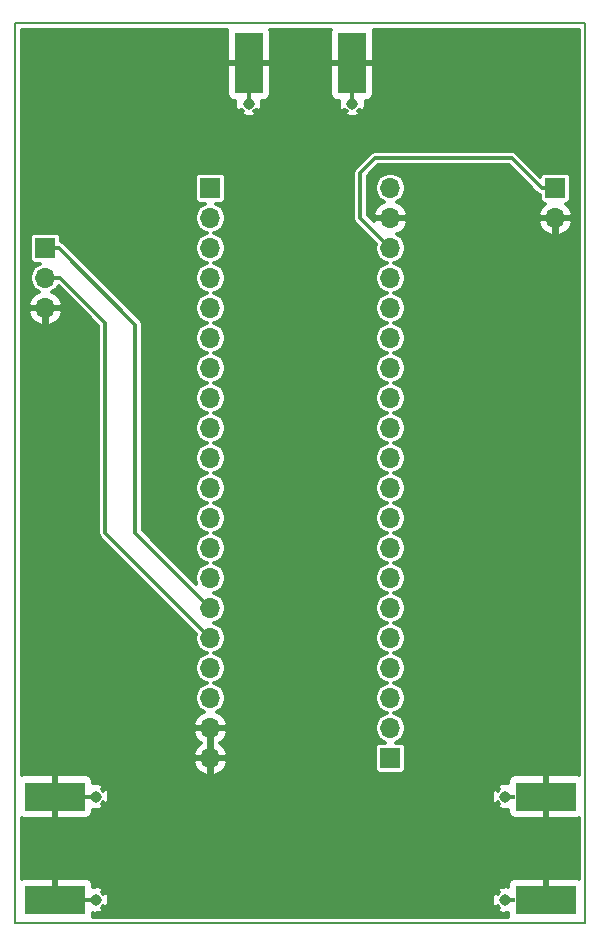
<source format=gbr>
%TF.GenerationSoftware,KiCad,Pcbnew,(5.0.0)*%
%TF.CreationDate,2018-11-11T16:52:16+07:00*%
%TF.ProjectId,AntennaSwitch_v1.1,416E74656E6E615377697463685F7631,rev?*%
%TF.SameCoordinates,Original*%
%TF.FileFunction,Copper,L2,Bot,Signal*%
%TF.FilePolarity,Positive*%
%FSLAX46Y46*%
G04 Gerber Fmt 4.6, Leading zero omitted, Abs format (unit mm)*
G04 Created by KiCad (PCBNEW (5.0.0)) date 11/11/18 16:52:16*
%MOMM*%
%LPD*%
G01*
G04 APERTURE LIST*
%ADD10C,0.200000*%
%ADD11R,0.950000X0.460000*%
%ADD12C,0.970000*%
%ADD13R,5.080000X2.420000*%
%ADD14R,2.420000X5.080000*%
%ADD15R,0.460000X0.950000*%
%ADD16R,1.700000X1.700000*%
%ADD17O,1.700000X1.700000*%
%ADD18C,0.300000*%
G04 APERTURE END LIST*
D10*
X194310000Y-54610000D02*
X194310000Y-130810000D01*
X146050000Y-54610000D02*
X194310000Y-54610000D01*
X146050000Y-130810000D02*
X146050000Y-54610000D01*
X194310000Y-130810000D02*
X146050000Y-130810000D01*
D11*
X187960000Y-120080000D03*
X187960000Y-128840000D03*
D12*
X187510000Y-120080000D03*
X187510000Y-128840000D03*
D13*
X190950000Y-120080000D03*
X190950000Y-128840000D03*
D14*
X174560000Y-57970000D03*
X165800000Y-57970000D03*
D12*
X174560000Y-61410000D03*
X165800000Y-61410000D03*
D15*
X174560000Y-60960000D03*
X165800000Y-60960000D03*
D13*
X149410000Y-120080000D03*
X149410000Y-128840000D03*
D12*
X152850000Y-120080000D03*
X152850000Y-128840000D03*
D11*
X152400000Y-120080000D03*
X152400000Y-128840000D03*
D16*
X148590000Y-73660000D03*
D17*
X148590000Y-76200000D03*
X148590000Y-78740000D03*
D16*
X177800000Y-116840000D03*
D17*
X177800000Y-114300000D03*
X177800000Y-111760000D03*
X177800000Y-109220000D03*
X177800000Y-106680000D03*
X177800000Y-104140000D03*
X177800000Y-101600000D03*
X177800000Y-99060000D03*
X177800000Y-96520000D03*
X177800000Y-93980000D03*
X177800000Y-91440000D03*
X177800000Y-88900000D03*
X177800000Y-86360000D03*
X177800000Y-83820000D03*
X177800000Y-81280000D03*
X177800000Y-78740000D03*
X177800000Y-76200000D03*
X177800000Y-73660000D03*
X177800000Y-71120000D03*
X177800000Y-68580000D03*
X162560000Y-116840000D03*
X162560000Y-114300000D03*
X162560000Y-111760000D03*
X162560000Y-109220000D03*
X162560000Y-106680000D03*
X162560000Y-104140000D03*
X162560000Y-101600000D03*
X162560000Y-99060000D03*
X162560000Y-96520000D03*
X162560000Y-93980000D03*
X162560000Y-91440000D03*
X162560000Y-88900000D03*
X162560000Y-86360000D03*
X162560000Y-83820000D03*
X162560000Y-81280000D03*
X162560000Y-78740000D03*
X162560000Y-76200000D03*
X162560000Y-73660000D03*
X162560000Y-71120000D03*
D16*
X162560000Y-68580000D03*
X191770000Y-68580000D03*
D17*
X191770000Y-71120000D03*
D18*
X175260000Y-71120000D02*
X177800000Y-73660000D01*
X175260000Y-67310000D02*
X175260000Y-71120000D01*
X176530000Y-66040000D02*
X175260000Y-67310000D01*
X188080000Y-66040000D02*
X176530000Y-66040000D01*
X191770000Y-68580000D02*
X190620000Y-68580000D01*
X190620000Y-68580000D02*
X188080000Y-66040000D01*
X179070000Y-71120000D02*
X191770000Y-71120000D01*
X177800000Y-71120000D02*
X179070000Y-71120000D01*
X148590000Y-76200000D02*
X149860000Y-76200000D01*
X149860000Y-76200000D02*
X153670000Y-80010000D01*
X153670000Y-97790000D02*
X162560000Y-106680000D01*
X153670000Y-80010000D02*
X153670000Y-97790000D01*
X149740000Y-73660000D02*
X156210000Y-80130000D01*
X148590000Y-73660000D02*
X149740000Y-73660000D01*
X156210000Y-97790000D02*
X162560000Y-104140000D01*
X156210000Y-80130000D02*
X156210000Y-97790000D01*
G36*
X163932000Y-55299116D02*
X163932000Y-57701500D01*
X164096500Y-57866000D01*
X165696000Y-57866000D01*
X165696000Y-57846000D01*
X165904000Y-57846000D01*
X165904000Y-57866000D01*
X167503500Y-57866000D01*
X167668000Y-57701500D01*
X167668000Y-55299116D01*
X167610377Y-55160000D01*
X172749623Y-55160000D01*
X172692000Y-55299116D01*
X172692000Y-57701500D01*
X172856500Y-57866000D01*
X174456000Y-57866000D01*
X174456000Y-57846000D01*
X174664000Y-57846000D01*
X174664000Y-57866000D01*
X176263500Y-57866000D01*
X176428000Y-57701500D01*
X176428000Y-55299116D01*
X176370377Y-55160000D01*
X193760000Y-55160000D01*
X193760001Y-118269624D01*
X193620884Y-118212000D01*
X191218500Y-118212000D01*
X191054000Y-118376500D01*
X191054000Y-119976000D01*
X191074000Y-119976000D01*
X191074000Y-120184000D01*
X191054000Y-120184000D01*
X191054000Y-121783500D01*
X191218500Y-121948000D01*
X193620884Y-121948000D01*
X193760001Y-121890376D01*
X193760001Y-127029624D01*
X193620884Y-126972000D01*
X191218500Y-126972000D01*
X191054000Y-127136500D01*
X191054000Y-128736000D01*
X191074000Y-128736000D01*
X191074000Y-128944000D01*
X191054000Y-128944000D01*
X191054000Y-128964000D01*
X190846000Y-128964000D01*
X190846000Y-128944000D01*
X190826000Y-128944000D01*
X190826000Y-128736000D01*
X190846000Y-128736000D01*
X190846000Y-127136500D01*
X190681500Y-126972000D01*
X188279116Y-126972000D01*
X188037273Y-127072174D01*
X187852175Y-127257273D01*
X187752000Y-127499115D01*
X187752000Y-127712786D01*
X187679844Y-127687050D01*
X187225701Y-127709817D01*
X186911870Y-127839809D01*
X186879632Y-128062554D01*
X186990763Y-128173685D01*
X186927175Y-128237273D01*
X186878267Y-128355345D01*
X186732554Y-128209632D01*
X186509809Y-128241870D01*
X186357050Y-128670156D01*
X186379817Y-129124299D01*
X186509809Y-129438130D01*
X186732554Y-129470368D01*
X186878267Y-129324655D01*
X186927175Y-129442727D01*
X186990763Y-129506315D01*
X186879632Y-129617446D01*
X186911870Y-129840191D01*
X187340156Y-129992950D01*
X187752000Y-129972304D01*
X187752000Y-130180885D01*
X187784771Y-130260000D01*
X152575229Y-130260000D01*
X152608000Y-130180885D01*
X152608000Y-129967214D01*
X152680156Y-129992950D01*
X153134299Y-129970183D01*
X153448130Y-129840191D01*
X153480368Y-129617446D01*
X153369237Y-129506315D01*
X153432825Y-129442727D01*
X153481733Y-129324655D01*
X153627446Y-129470368D01*
X153850191Y-129438130D01*
X154002950Y-129009844D01*
X153980183Y-128555701D01*
X153850191Y-128241870D01*
X153627446Y-128209632D01*
X153481733Y-128355345D01*
X153432825Y-128237273D01*
X153369237Y-128173685D01*
X153480368Y-128062554D01*
X153448130Y-127839809D01*
X153019844Y-127687050D01*
X152608000Y-127707696D01*
X152608000Y-127499115D01*
X152507825Y-127257273D01*
X152322727Y-127072174D01*
X152080884Y-126972000D01*
X149678500Y-126972000D01*
X149514000Y-127136500D01*
X149514000Y-128736000D01*
X149534000Y-128736000D01*
X149534000Y-128944000D01*
X149514000Y-128944000D01*
X149514000Y-128964000D01*
X149306000Y-128964000D01*
X149306000Y-128944000D01*
X149286000Y-128944000D01*
X149286000Y-128736000D01*
X149306000Y-128736000D01*
X149306000Y-127136500D01*
X149141500Y-126972000D01*
X146739116Y-126972000D01*
X146600000Y-127029623D01*
X146600000Y-121890377D01*
X146739116Y-121948000D01*
X149141500Y-121948000D01*
X149306000Y-121783500D01*
X149306000Y-120184000D01*
X149286000Y-120184000D01*
X149286000Y-119976000D01*
X149306000Y-119976000D01*
X149306000Y-118376500D01*
X149514000Y-118376500D01*
X149514000Y-119976000D01*
X149534000Y-119976000D01*
X149534000Y-120184000D01*
X149514000Y-120184000D01*
X149514000Y-121783500D01*
X149678500Y-121948000D01*
X152080884Y-121948000D01*
X152322727Y-121847826D01*
X152507825Y-121662727D01*
X152608000Y-121420885D01*
X152608000Y-121207214D01*
X152680156Y-121232950D01*
X153134299Y-121210183D01*
X153448130Y-121080191D01*
X153480368Y-120857446D01*
X153369237Y-120746315D01*
X153432825Y-120682727D01*
X153481733Y-120564655D01*
X153627446Y-120710368D01*
X153850191Y-120678130D01*
X154002950Y-120249844D01*
X153985921Y-119910156D01*
X186357050Y-119910156D01*
X186379817Y-120364299D01*
X186509809Y-120678130D01*
X186732554Y-120710368D01*
X186878267Y-120564655D01*
X186927175Y-120682727D01*
X186990763Y-120746315D01*
X186879632Y-120857446D01*
X186911870Y-121080191D01*
X187340156Y-121232950D01*
X187752000Y-121212304D01*
X187752000Y-121420885D01*
X187852175Y-121662727D01*
X188037273Y-121847826D01*
X188279116Y-121948000D01*
X190681500Y-121948000D01*
X190846000Y-121783500D01*
X190846000Y-120184000D01*
X190826000Y-120184000D01*
X190826000Y-119976000D01*
X190846000Y-119976000D01*
X190846000Y-118376500D01*
X190681500Y-118212000D01*
X188279116Y-118212000D01*
X188037273Y-118312174D01*
X187852175Y-118497273D01*
X187752000Y-118739115D01*
X187752000Y-118952786D01*
X187679844Y-118927050D01*
X187225701Y-118949817D01*
X186911870Y-119079809D01*
X186879632Y-119302554D01*
X186990763Y-119413685D01*
X186927175Y-119477273D01*
X186878267Y-119595345D01*
X186732554Y-119449632D01*
X186509809Y-119481870D01*
X186357050Y-119910156D01*
X153985921Y-119910156D01*
X153980183Y-119795701D01*
X153850191Y-119481870D01*
X153627446Y-119449632D01*
X153481733Y-119595345D01*
X153432825Y-119477273D01*
X153369237Y-119413685D01*
X153480368Y-119302554D01*
X153448130Y-119079809D01*
X153019844Y-118927050D01*
X152608000Y-118947696D01*
X152608000Y-118739115D01*
X152507825Y-118497273D01*
X152322727Y-118312174D01*
X152080884Y-118212000D01*
X149678500Y-118212000D01*
X149514000Y-118376500D01*
X149306000Y-118376500D01*
X149141500Y-118212000D01*
X146739116Y-118212000D01*
X146600000Y-118269623D01*
X146600000Y-117178061D01*
X161090381Y-117178061D01*
X161281772Y-117640137D01*
X161685270Y-118068387D01*
X162221938Y-118309626D01*
X162456000Y-118179917D01*
X162456000Y-116944000D01*
X162664000Y-116944000D01*
X162664000Y-118179917D01*
X162898062Y-118309626D01*
X163434730Y-118068387D01*
X163838228Y-117640137D01*
X164029619Y-117178061D01*
X163899469Y-116944000D01*
X162664000Y-116944000D01*
X162456000Y-116944000D01*
X161220531Y-116944000D01*
X161090381Y-117178061D01*
X146600000Y-117178061D01*
X146600000Y-114638061D01*
X161090381Y-114638061D01*
X161281772Y-115100137D01*
X161685270Y-115528387D01*
X161777844Y-115570000D01*
X161685270Y-115611613D01*
X161281772Y-116039863D01*
X161090381Y-116501939D01*
X161220531Y-116736000D01*
X162456000Y-116736000D01*
X162456000Y-114404000D01*
X162664000Y-114404000D01*
X162664000Y-116736000D01*
X163899469Y-116736000D01*
X164029619Y-116501939D01*
X163838228Y-116039863D01*
X163434730Y-115611613D01*
X163342156Y-115570000D01*
X163434730Y-115528387D01*
X163838228Y-115100137D01*
X164029619Y-114638061D01*
X163899469Y-114404000D01*
X162664000Y-114404000D01*
X162456000Y-114404000D01*
X161220531Y-114404000D01*
X161090381Y-114638061D01*
X146600000Y-114638061D01*
X146600000Y-79078061D01*
X147120381Y-79078061D01*
X147311772Y-79540137D01*
X147715270Y-79968387D01*
X148251938Y-80209626D01*
X148486000Y-80079917D01*
X148486000Y-78844000D01*
X148694000Y-78844000D01*
X148694000Y-80079917D01*
X148928062Y-80209626D01*
X149464730Y-79968387D01*
X149868228Y-79540137D01*
X150059619Y-79078061D01*
X149929469Y-78844000D01*
X148694000Y-78844000D01*
X148486000Y-78844000D01*
X147250531Y-78844000D01*
X147120381Y-79078061D01*
X146600000Y-79078061D01*
X146600000Y-78401939D01*
X147120381Y-78401939D01*
X147250531Y-78636000D01*
X148486000Y-78636000D01*
X148486000Y-78616000D01*
X148694000Y-78616000D01*
X148694000Y-78636000D01*
X149929469Y-78636000D01*
X150059619Y-78401939D01*
X149868228Y-77939863D01*
X149464730Y-77511613D01*
X149167159Y-77377851D01*
X149527247Y-77137247D01*
X149696066Y-76884593D01*
X153070000Y-80258528D01*
X153070001Y-97730909D01*
X153058247Y-97790000D01*
X153104814Y-98024108D01*
X153170727Y-98122753D01*
X153237426Y-98222575D01*
X153287520Y-98256047D01*
X161313661Y-106282190D01*
X161234532Y-106680000D01*
X161335427Y-107187235D01*
X161622753Y-107617247D01*
X162052765Y-107904573D01*
X162281142Y-107950000D01*
X162052765Y-107995427D01*
X161622753Y-108282753D01*
X161335427Y-108712765D01*
X161234532Y-109220000D01*
X161335427Y-109727235D01*
X161622753Y-110157247D01*
X162052765Y-110444573D01*
X162281142Y-110490000D01*
X162052765Y-110535427D01*
X161622753Y-110822753D01*
X161335427Y-111252765D01*
X161234532Y-111760000D01*
X161335427Y-112267235D01*
X161622753Y-112697247D01*
X161982841Y-112937851D01*
X161685270Y-113071613D01*
X161281772Y-113499863D01*
X161090381Y-113961939D01*
X161220531Y-114196000D01*
X162456000Y-114196000D01*
X162456000Y-114176000D01*
X162664000Y-114176000D01*
X162664000Y-114196000D01*
X163899469Y-114196000D01*
X164029619Y-113961939D01*
X163838228Y-113499863D01*
X163434730Y-113071613D01*
X163137159Y-112937851D01*
X163497247Y-112697247D01*
X163784573Y-112267235D01*
X163885468Y-111760000D01*
X163784573Y-111252765D01*
X163497247Y-110822753D01*
X163067235Y-110535427D01*
X162838858Y-110490000D01*
X163067235Y-110444573D01*
X163497247Y-110157247D01*
X163784573Y-109727235D01*
X163885468Y-109220000D01*
X163784573Y-108712765D01*
X163497247Y-108282753D01*
X163067235Y-107995427D01*
X162838858Y-107950000D01*
X163067235Y-107904573D01*
X163497247Y-107617247D01*
X163784573Y-107187235D01*
X163885468Y-106680000D01*
X163784573Y-106172765D01*
X163497247Y-105742753D01*
X163067235Y-105455427D01*
X162838858Y-105410000D01*
X163067235Y-105364573D01*
X163497247Y-105077247D01*
X163784573Y-104647235D01*
X163885468Y-104140000D01*
X163784573Y-103632765D01*
X163497247Y-103202753D01*
X163067235Y-102915427D01*
X162838858Y-102870000D01*
X163067235Y-102824573D01*
X163497247Y-102537247D01*
X163784573Y-102107235D01*
X163885468Y-101600000D01*
X163784573Y-101092765D01*
X163497247Y-100662753D01*
X163067235Y-100375427D01*
X162838858Y-100330000D01*
X163067235Y-100284573D01*
X163497247Y-99997247D01*
X163784573Y-99567235D01*
X163885468Y-99060000D01*
X163784573Y-98552765D01*
X163497247Y-98122753D01*
X163067235Y-97835427D01*
X162838858Y-97790000D01*
X163067235Y-97744573D01*
X163497247Y-97457247D01*
X163784573Y-97027235D01*
X163885468Y-96520000D01*
X163784573Y-96012765D01*
X163497247Y-95582753D01*
X163067235Y-95295427D01*
X162838858Y-95250000D01*
X163067235Y-95204573D01*
X163497247Y-94917247D01*
X163784573Y-94487235D01*
X163885468Y-93980000D01*
X163784573Y-93472765D01*
X163497247Y-93042753D01*
X163067235Y-92755427D01*
X162838858Y-92710000D01*
X163067235Y-92664573D01*
X163497247Y-92377247D01*
X163784573Y-91947235D01*
X163885468Y-91440000D01*
X163784573Y-90932765D01*
X163497247Y-90502753D01*
X163067235Y-90215427D01*
X162838858Y-90170000D01*
X163067235Y-90124573D01*
X163497247Y-89837247D01*
X163784573Y-89407235D01*
X163885468Y-88900000D01*
X163784573Y-88392765D01*
X163497247Y-87962753D01*
X163067235Y-87675427D01*
X162838858Y-87630000D01*
X163067235Y-87584573D01*
X163497247Y-87297247D01*
X163784573Y-86867235D01*
X163885468Y-86360000D01*
X163784573Y-85852765D01*
X163497247Y-85422753D01*
X163067235Y-85135427D01*
X162838858Y-85090000D01*
X163067235Y-85044573D01*
X163497247Y-84757247D01*
X163784573Y-84327235D01*
X163885468Y-83820000D01*
X163784573Y-83312765D01*
X163497247Y-82882753D01*
X163067235Y-82595427D01*
X162838858Y-82550000D01*
X163067235Y-82504573D01*
X163497247Y-82217247D01*
X163784573Y-81787235D01*
X163885468Y-81280000D01*
X163784573Y-80772765D01*
X163497247Y-80342753D01*
X163067235Y-80055427D01*
X162838858Y-80010000D01*
X163067235Y-79964573D01*
X163497247Y-79677247D01*
X163784573Y-79247235D01*
X163885468Y-78740000D01*
X163784573Y-78232765D01*
X163497247Y-77802753D01*
X163067235Y-77515427D01*
X162838858Y-77470000D01*
X163067235Y-77424573D01*
X163497247Y-77137247D01*
X163784573Y-76707235D01*
X163885468Y-76200000D01*
X163784573Y-75692765D01*
X163497247Y-75262753D01*
X163067235Y-74975427D01*
X162838858Y-74930000D01*
X163067235Y-74884573D01*
X163497247Y-74597247D01*
X163784573Y-74167235D01*
X163885468Y-73660000D01*
X163784573Y-73152765D01*
X163497247Y-72722753D01*
X163067235Y-72435427D01*
X162838858Y-72390000D01*
X163067235Y-72344573D01*
X163497247Y-72057247D01*
X163784573Y-71627235D01*
X163885468Y-71120000D01*
X163784573Y-70612765D01*
X163497247Y-70182753D01*
X163067235Y-69895427D01*
X163033999Y-69888816D01*
X163410000Y-69888816D01*
X163585581Y-69853891D01*
X163734432Y-69754432D01*
X163833891Y-69605581D01*
X163868816Y-69430000D01*
X163868816Y-67730000D01*
X163833891Y-67554419D01*
X163734432Y-67405568D01*
X163591405Y-67310000D01*
X174648247Y-67310000D01*
X174660000Y-67369086D01*
X174660001Y-71060909D01*
X174648247Y-71120000D01*
X174660001Y-71179091D01*
X174694814Y-71354108D01*
X174827426Y-71552575D01*
X174877520Y-71586047D01*
X176553661Y-73262189D01*
X176474532Y-73660000D01*
X176575427Y-74167235D01*
X176862753Y-74597247D01*
X177292765Y-74884573D01*
X177521142Y-74930000D01*
X177292765Y-74975427D01*
X176862753Y-75262753D01*
X176575427Y-75692765D01*
X176474532Y-76200000D01*
X176575427Y-76707235D01*
X176862753Y-77137247D01*
X177292765Y-77424573D01*
X177521142Y-77470000D01*
X177292765Y-77515427D01*
X176862753Y-77802753D01*
X176575427Y-78232765D01*
X176474532Y-78740000D01*
X176575427Y-79247235D01*
X176862753Y-79677247D01*
X177292765Y-79964573D01*
X177521142Y-80010000D01*
X177292765Y-80055427D01*
X176862753Y-80342753D01*
X176575427Y-80772765D01*
X176474532Y-81280000D01*
X176575427Y-81787235D01*
X176862753Y-82217247D01*
X177292765Y-82504573D01*
X177521142Y-82550000D01*
X177292765Y-82595427D01*
X176862753Y-82882753D01*
X176575427Y-83312765D01*
X176474532Y-83820000D01*
X176575427Y-84327235D01*
X176862753Y-84757247D01*
X177292765Y-85044573D01*
X177521142Y-85090000D01*
X177292765Y-85135427D01*
X176862753Y-85422753D01*
X176575427Y-85852765D01*
X176474532Y-86360000D01*
X176575427Y-86867235D01*
X176862753Y-87297247D01*
X177292765Y-87584573D01*
X177521142Y-87630000D01*
X177292765Y-87675427D01*
X176862753Y-87962753D01*
X176575427Y-88392765D01*
X176474532Y-88900000D01*
X176575427Y-89407235D01*
X176862753Y-89837247D01*
X177292765Y-90124573D01*
X177521142Y-90170000D01*
X177292765Y-90215427D01*
X176862753Y-90502753D01*
X176575427Y-90932765D01*
X176474532Y-91440000D01*
X176575427Y-91947235D01*
X176862753Y-92377247D01*
X177292765Y-92664573D01*
X177521142Y-92710000D01*
X177292765Y-92755427D01*
X176862753Y-93042753D01*
X176575427Y-93472765D01*
X176474532Y-93980000D01*
X176575427Y-94487235D01*
X176862753Y-94917247D01*
X177292765Y-95204573D01*
X177521142Y-95250000D01*
X177292765Y-95295427D01*
X176862753Y-95582753D01*
X176575427Y-96012765D01*
X176474532Y-96520000D01*
X176575427Y-97027235D01*
X176862753Y-97457247D01*
X177292765Y-97744573D01*
X177521142Y-97790000D01*
X177292765Y-97835427D01*
X176862753Y-98122753D01*
X176575427Y-98552765D01*
X176474532Y-99060000D01*
X176575427Y-99567235D01*
X176862753Y-99997247D01*
X177292765Y-100284573D01*
X177521142Y-100330000D01*
X177292765Y-100375427D01*
X176862753Y-100662753D01*
X176575427Y-101092765D01*
X176474532Y-101600000D01*
X176575427Y-102107235D01*
X176862753Y-102537247D01*
X177292765Y-102824573D01*
X177521142Y-102870000D01*
X177292765Y-102915427D01*
X176862753Y-103202753D01*
X176575427Y-103632765D01*
X176474532Y-104140000D01*
X176575427Y-104647235D01*
X176862753Y-105077247D01*
X177292765Y-105364573D01*
X177521142Y-105410000D01*
X177292765Y-105455427D01*
X176862753Y-105742753D01*
X176575427Y-106172765D01*
X176474532Y-106680000D01*
X176575427Y-107187235D01*
X176862753Y-107617247D01*
X177292765Y-107904573D01*
X177521142Y-107950000D01*
X177292765Y-107995427D01*
X176862753Y-108282753D01*
X176575427Y-108712765D01*
X176474532Y-109220000D01*
X176575427Y-109727235D01*
X176862753Y-110157247D01*
X177292765Y-110444573D01*
X177521142Y-110490000D01*
X177292765Y-110535427D01*
X176862753Y-110822753D01*
X176575427Y-111252765D01*
X176474532Y-111760000D01*
X176575427Y-112267235D01*
X176862753Y-112697247D01*
X177292765Y-112984573D01*
X177521142Y-113030000D01*
X177292765Y-113075427D01*
X176862753Y-113362753D01*
X176575427Y-113792765D01*
X176474532Y-114300000D01*
X176575427Y-114807235D01*
X176862753Y-115237247D01*
X177292765Y-115524573D01*
X177326001Y-115531184D01*
X176950000Y-115531184D01*
X176774419Y-115566109D01*
X176625568Y-115665568D01*
X176526109Y-115814419D01*
X176491184Y-115990000D01*
X176491184Y-117690000D01*
X176526109Y-117865581D01*
X176625568Y-118014432D01*
X176774419Y-118113891D01*
X176950000Y-118148816D01*
X178650000Y-118148816D01*
X178825581Y-118113891D01*
X178974432Y-118014432D01*
X179073891Y-117865581D01*
X179108816Y-117690000D01*
X179108816Y-115990000D01*
X179073891Y-115814419D01*
X178974432Y-115665568D01*
X178825581Y-115566109D01*
X178650000Y-115531184D01*
X178273999Y-115531184D01*
X178307235Y-115524573D01*
X178737247Y-115237247D01*
X179024573Y-114807235D01*
X179125468Y-114300000D01*
X179024573Y-113792765D01*
X178737247Y-113362753D01*
X178307235Y-113075427D01*
X178078858Y-113030000D01*
X178307235Y-112984573D01*
X178737247Y-112697247D01*
X179024573Y-112267235D01*
X179125468Y-111760000D01*
X179024573Y-111252765D01*
X178737247Y-110822753D01*
X178307235Y-110535427D01*
X178078858Y-110490000D01*
X178307235Y-110444573D01*
X178737247Y-110157247D01*
X179024573Y-109727235D01*
X179125468Y-109220000D01*
X179024573Y-108712765D01*
X178737247Y-108282753D01*
X178307235Y-107995427D01*
X178078858Y-107950000D01*
X178307235Y-107904573D01*
X178737247Y-107617247D01*
X179024573Y-107187235D01*
X179125468Y-106680000D01*
X179024573Y-106172765D01*
X178737247Y-105742753D01*
X178307235Y-105455427D01*
X178078858Y-105410000D01*
X178307235Y-105364573D01*
X178737247Y-105077247D01*
X179024573Y-104647235D01*
X179125468Y-104140000D01*
X179024573Y-103632765D01*
X178737247Y-103202753D01*
X178307235Y-102915427D01*
X178078858Y-102870000D01*
X178307235Y-102824573D01*
X178737247Y-102537247D01*
X179024573Y-102107235D01*
X179125468Y-101600000D01*
X179024573Y-101092765D01*
X178737247Y-100662753D01*
X178307235Y-100375427D01*
X178078858Y-100330000D01*
X178307235Y-100284573D01*
X178737247Y-99997247D01*
X179024573Y-99567235D01*
X179125468Y-99060000D01*
X179024573Y-98552765D01*
X178737247Y-98122753D01*
X178307235Y-97835427D01*
X178078858Y-97790000D01*
X178307235Y-97744573D01*
X178737247Y-97457247D01*
X179024573Y-97027235D01*
X179125468Y-96520000D01*
X179024573Y-96012765D01*
X178737247Y-95582753D01*
X178307235Y-95295427D01*
X178078858Y-95250000D01*
X178307235Y-95204573D01*
X178737247Y-94917247D01*
X179024573Y-94487235D01*
X179125468Y-93980000D01*
X179024573Y-93472765D01*
X178737247Y-93042753D01*
X178307235Y-92755427D01*
X178078858Y-92710000D01*
X178307235Y-92664573D01*
X178737247Y-92377247D01*
X179024573Y-91947235D01*
X179125468Y-91440000D01*
X179024573Y-90932765D01*
X178737247Y-90502753D01*
X178307235Y-90215427D01*
X178078858Y-90170000D01*
X178307235Y-90124573D01*
X178737247Y-89837247D01*
X179024573Y-89407235D01*
X179125468Y-88900000D01*
X179024573Y-88392765D01*
X178737247Y-87962753D01*
X178307235Y-87675427D01*
X178078858Y-87630000D01*
X178307235Y-87584573D01*
X178737247Y-87297247D01*
X179024573Y-86867235D01*
X179125468Y-86360000D01*
X179024573Y-85852765D01*
X178737247Y-85422753D01*
X178307235Y-85135427D01*
X178078858Y-85090000D01*
X178307235Y-85044573D01*
X178737247Y-84757247D01*
X179024573Y-84327235D01*
X179125468Y-83820000D01*
X179024573Y-83312765D01*
X178737247Y-82882753D01*
X178307235Y-82595427D01*
X178078858Y-82550000D01*
X178307235Y-82504573D01*
X178737247Y-82217247D01*
X179024573Y-81787235D01*
X179125468Y-81280000D01*
X179024573Y-80772765D01*
X178737247Y-80342753D01*
X178307235Y-80055427D01*
X178078858Y-80010000D01*
X178307235Y-79964573D01*
X178737247Y-79677247D01*
X179024573Y-79247235D01*
X179125468Y-78740000D01*
X179024573Y-78232765D01*
X178737247Y-77802753D01*
X178307235Y-77515427D01*
X178078858Y-77470000D01*
X178307235Y-77424573D01*
X178737247Y-77137247D01*
X179024573Y-76707235D01*
X179125468Y-76200000D01*
X179024573Y-75692765D01*
X178737247Y-75262753D01*
X178307235Y-74975427D01*
X178078858Y-74930000D01*
X178307235Y-74884573D01*
X178737247Y-74597247D01*
X179024573Y-74167235D01*
X179125468Y-73660000D01*
X179024573Y-73152765D01*
X178737247Y-72722753D01*
X178377159Y-72482149D01*
X178674730Y-72348387D01*
X179078228Y-71920137D01*
X179269619Y-71458061D01*
X190300381Y-71458061D01*
X190491772Y-71920137D01*
X190895270Y-72348387D01*
X191431938Y-72589626D01*
X191666000Y-72459917D01*
X191666000Y-71224000D01*
X191874000Y-71224000D01*
X191874000Y-72459917D01*
X192108062Y-72589626D01*
X192644730Y-72348387D01*
X193048228Y-71920137D01*
X193239619Y-71458061D01*
X193109469Y-71224000D01*
X191874000Y-71224000D01*
X191666000Y-71224000D01*
X190430531Y-71224000D01*
X190300381Y-71458061D01*
X179269619Y-71458061D01*
X179139469Y-71224000D01*
X177904000Y-71224000D01*
X177904000Y-71244000D01*
X177696000Y-71244000D01*
X177696000Y-71224000D01*
X176460531Y-71224000D01*
X176371907Y-71383380D01*
X175860000Y-70871473D01*
X175860000Y-70781939D01*
X176330381Y-70781939D01*
X176460531Y-71016000D01*
X177696000Y-71016000D01*
X177696000Y-70996000D01*
X177904000Y-70996000D01*
X177904000Y-71016000D01*
X179139469Y-71016000D01*
X179269619Y-70781939D01*
X179078228Y-70319863D01*
X178674730Y-69891613D01*
X178377159Y-69757851D01*
X178737247Y-69517247D01*
X179024573Y-69087235D01*
X179125468Y-68580000D01*
X179024573Y-68072765D01*
X178737247Y-67642753D01*
X178307235Y-67355427D01*
X177928037Y-67280000D01*
X177671963Y-67280000D01*
X177292765Y-67355427D01*
X176862753Y-67642753D01*
X176575427Y-68072765D01*
X176474532Y-68580000D01*
X176575427Y-69087235D01*
X176862753Y-69517247D01*
X177222841Y-69757851D01*
X176925270Y-69891613D01*
X176521772Y-70319863D01*
X176330381Y-70781939D01*
X175860000Y-70781939D01*
X175860000Y-67558527D01*
X176778528Y-66640000D01*
X187831473Y-66640000D01*
X190153953Y-68962481D01*
X190187425Y-69012575D01*
X190385892Y-69145187D01*
X190461184Y-69160163D01*
X190461184Y-69430000D01*
X190496109Y-69605581D01*
X190595568Y-69754432D01*
X190744419Y-69853891D01*
X190907170Y-69886264D01*
X190895270Y-69891613D01*
X190491772Y-70319863D01*
X190300381Y-70781939D01*
X190430531Y-71016000D01*
X191666000Y-71016000D01*
X191666000Y-70996000D01*
X191874000Y-70996000D01*
X191874000Y-71016000D01*
X193109469Y-71016000D01*
X193239619Y-70781939D01*
X193048228Y-70319863D01*
X192644730Y-69891613D01*
X192632830Y-69886264D01*
X192795581Y-69853891D01*
X192944432Y-69754432D01*
X193043891Y-69605581D01*
X193078816Y-69430000D01*
X193078816Y-67730000D01*
X193043891Y-67554419D01*
X192944432Y-67405568D01*
X192795581Y-67306109D01*
X192620000Y-67271184D01*
X190920000Y-67271184D01*
X190744419Y-67306109D01*
X190595568Y-67405568D01*
X190496109Y-67554419D01*
X190487289Y-67598761D01*
X188546049Y-65657522D01*
X188512575Y-65607425D01*
X188314108Y-65474813D01*
X188139091Y-65440000D01*
X188139086Y-65440000D01*
X188080000Y-65428247D01*
X188020914Y-65440000D01*
X176589086Y-65440000D01*
X176529999Y-65428247D01*
X176470913Y-65440000D01*
X176470909Y-65440000D01*
X176295892Y-65474813D01*
X176097425Y-65607425D01*
X176063953Y-65657519D01*
X174877521Y-66843951D01*
X174827425Y-66877425D01*
X174694813Y-67075893D01*
X174660000Y-67250910D01*
X174660000Y-67250914D01*
X174648247Y-67310000D01*
X163591405Y-67310000D01*
X163585581Y-67306109D01*
X163410000Y-67271184D01*
X161710000Y-67271184D01*
X161534419Y-67306109D01*
X161385568Y-67405568D01*
X161286109Y-67554419D01*
X161251184Y-67730000D01*
X161251184Y-69430000D01*
X161286109Y-69605581D01*
X161385568Y-69754432D01*
X161534419Y-69853891D01*
X161710000Y-69888816D01*
X162086001Y-69888816D01*
X162052765Y-69895427D01*
X161622753Y-70182753D01*
X161335427Y-70612765D01*
X161234532Y-71120000D01*
X161335427Y-71627235D01*
X161622753Y-72057247D01*
X162052765Y-72344573D01*
X162281142Y-72390000D01*
X162052765Y-72435427D01*
X161622753Y-72722753D01*
X161335427Y-73152765D01*
X161234532Y-73660000D01*
X161335427Y-74167235D01*
X161622753Y-74597247D01*
X162052765Y-74884573D01*
X162281142Y-74930000D01*
X162052765Y-74975427D01*
X161622753Y-75262753D01*
X161335427Y-75692765D01*
X161234532Y-76200000D01*
X161335427Y-76707235D01*
X161622753Y-77137247D01*
X162052765Y-77424573D01*
X162281142Y-77470000D01*
X162052765Y-77515427D01*
X161622753Y-77802753D01*
X161335427Y-78232765D01*
X161234532Y-78740000D01*
X161335427Y-79247235D01*
X161622753Y-79677247D01*
X162052765Y-79964573D01*
X162281142Y-80010000D01*
X162052765Y-80055427D01*
X161622753Y-80342753D01*
X161335427Y-80772765D01*
X161234532Y-81280000D01*
X161335427Y-81787235D01*
X161622753Y-82217247D01*
X162052765Y-82504573D01*
X162281142Y-82550000D01*
X162052765Y-82595427D01*
X161622753Y-82882753D01*
X161335427Y-83312765D01*
X161234532Y-83820000D01*
X161335427Y-84327235D01*
X161622753Y-84757247D01*
X162052765Y-85044573D01*
X162281142Y-85090000D01*
X162052765Y-85135427D01*
X161622753Y-85422753D01*
X161335427Y-85852765D01*
X161234532Y-86360000D01*
X161335427Y-86867235D01*
X161622753Y-87297247D01*
X162052765Y-87584573D01*
X162281142Y-87630000D01*
X162052765Y-87675427D01*
X161622753Y-87962753D01*
X161335427Y-88392765D01*
X161234532Y-88900000D01*
X161335427Y-89407235D01*
X161622753Y-89837247D01*
X162052765Y-90124573D01*
X162281142Y-90170000D01*
X162052765Y-90215427D01*
X161622753Y-90502753D01*
X161335427Y-90932765D01*
X161234532Y-91440000D01*
X161335427Y-91947235D01*
X161622753Y-92377247D01*
X162052765Y-92664573D01*
X162281142Y-92710000D01*
X162052765Y-92755427D01*
X161622753Y-93042753D01*
X161335427Y-93472765D01*
X161234532Y-93980000D01*
X161335427Y-94487235D01*
X161622753Y-94917247D01*
X162052765Y-95204573D01*
X162281142Y-95250000D01*
X162052765Y-95295427D01*
X161622753Y-95582753D01*
X161335427Y-96012765D01*
X161234532Y-96520000D01*
X161335427Y-97027235D01*
X161622753Y-97457247D01*
X162052765Y-97744573D01*
X162281142Y-97790000D01*
X162052765Y-97835427D01*
X161622753Y-98122753D01*
X161335427Y-98552765D01*
X161234532Y-99060000D01*
X161335427Y-99567235D01*
X161622753Y-99997247D01*
X162052765Y-100284573D01*
X162281142Y-100330000D01*
X162052765Y-100375427D01*
X161622753Y-100662753D01*
X161335427Y-101092765D01*
X161234532Y-101600000D01*
X161325412Y-102056884D01*
X156810000Y-97541473D01*
X156810000Y-80189088D01*
X156821753Y-80130000D01*
X156810000Y-80070910D01*
X156810000Y-80070909D01*
X156775187Y-79895892D01*
X156775187Y-79895891D01*
X156676047Y-79747519D01*
X156642575Y-79697425D01*
X156592482Y-79663954D01*
X150206049Y-73277522D01*
X150172575Y-73227425D01*
X149974108Y-73094813D01*
X149898816Y-73079837D01*
X149898816Y-72810000D01*
X149863891Y-72634419D01*
X149764432Y-72485568D01*
X149615581Y-72386109D01*
X149440000Y-72351184D01*
X147740000Y-72351184D01*
X147564419Y-72386109D01*
X147415568Y-72485568D01*
X147316109Y-72634419D01*
X147281184Y-72810000D01*
X147281184Y-74510000D01*
X147316109Y-74685581D01*
X147415568Y-74834432D01*
X147564419Y-74933891D01*
X147740000Y-74968816D01*
X148116001Y-74968816D01*
X148082765Y-74975427D01*
X147652753Y-75262753D01*
X147365427Y-75692765D01*
X147264532Y-76200000D01*
X147365427Y-76707235D01*
X147652753Y-77137247D01*
X148012841Y-77377851D01*
X147715270Y-77511613D01*
X147311772Y-77939863D01*
X147120381Y-78401939D01*
X146600000Y-78401939D01*
X146600000Y-58238500D01*
X163932000Y-58238500D01*
X163932000Y-60640884D01*
X164032174Y-60882727D01*
X164217273Y-61067825D01*
X164459115Y-61168000D01*
X164672786Y-61168000D01*
X164647050Y-61240156D01*
X164669817Y-61694299D01*
X164799809Y-62008130D01*
X165022554Y-62040368D01*
X165133685Y-61929237D01*
X165197273Y-61992825D01*
X165315345Y-62041733D01*
X165169632Y-62187446D01*
X165201870Y-62410191D01*
X165630156Y-62562950D01*
X166084299Y-62540183D01*
X166398130Y-62410191D01*
X166430368Y-62187446D01*
X166284655Y-62041733D01*
X166402727Y-61992825D01*
X166466315Y-61929237D01*
X166577446Y-62040368D01*
X166800191Y-62008130D01*
X166952950Y-61579844D01*
X166932304Y-61168000D01*
X167140885Y-61168000D01*
X167382727Y-61067825D01*
X167567826Y-60882727D01*
X167668000Y-60640884D01*
X167668000Y-58238500D01*
X172692000Y-58238500D01*
X172692000Y-60640884D01*
X172792174Y-60882727D01*
X172977273Y-61067825D01*
X173219115Y-61168000D01*
X173432786Y-61168000D01*
X173407050Y-61240156D01*
X173429817Y-61694299D01*
X173559809Y-62008130D01*
X173782554Y-62040368D01*
X173893685Y-61929237D01*
X173957273Y-61992825D01*
X174075345Y-62041733D01*
X173929632Y-62187446D01*
X173961870Y-62410191D01*
X174390156Y-62562950D01*
X174844299Y-62540183D01*
X175158130Y-62410191D01*
X175190368Y-62187446D01*
X175044655Y-62041733D01*
X175162727Y-61992825D01*
X175226315Y-61929237D01*
X175337446Y-62040368D01*
X175560191Y-62008130D01*
X175712950Y-61579844D01*
X175692304Y-61168000D01*
X175900885Y-61168000D01*
X176142727Y-61067825D01*
X176327826Y-60882727D01*
X176428000Y-60640884D01*
X176428000Y-58238500D01*
X176263500Y-58074000D01*
X174664000Y-58074000D01*
X174664000Y-58094000D01*
X174456000Y-58094000D01*
X174456000Y-58074000D01*
X172856500Y-58074000D01*
X172692000Y-58238500D01*
X167668000Y-58238500D01*
X167503500Y-58074000D01*
X165904000Y-58074000D01*
X165904000Y-58094000D01*
X165696000Y-58094000D01*
X165696000Y-58074000D01*
X164096500Y-58074000D01*
X163932000Y-58238500D01*
X146600000Y-58238500D01*
X146600000Y-55160000D01*
X163989623Y-55160000D01*
X163932000Y-55299116D01*
X163932000Y-55299116D01*
G37*
X163932000Y-55299116D02*
X163932000Y-57701500D01*
X164096500Y-57866000D01*
X165696000Y-57866000D01*
X165696000Y-57846000D01*
X165904000Y-57846000D01*
X165904000Y-57866000D01*
X167503500Y-57866000D01*
X167668000Y-57701500D01*
X167668000Y-55299116D01*
X167610377Y-55160000D01*
X172749623Y-55160000D01*
X172692000Y-55299116D01*
X172692000Y-57701500D01*
X172856500Y-57866000D01*
X174456000Y-57866000D01*
X174456000Y-57846000D01*
X174664000Y-57846000D01*
X174664000Y-57866000D01*
X176263500Y-57866000D01*
X176428000Y-57701500D01*
X176428000Y-55299116D01*
X176370377Y-55160000D01*
X193760000Y-55160000D01*
X193760001Y-118269624D01*
X193620884Y-118212000D01*
X191218500Y-118212000D01*
X191054000Y-118376500D01*
X191054000Y-119976000D01*
X191074000Y-119976000D01*
X191074000Y-120184000D01*
X191054000Y-120184000D01*
X191054000Y-121783500D01*
X191218500Y-121948000D01*
X193620884Y-121948000D01*
X193760001Y-121890376D01*
X193760001Y-127029624D01*
X193620884Y-126972000D01*
X191218500Y-126972000D01*
X191054000Y-127136500D01*
X191054000Y-128736000D01*
X191074000Y-128736000D01*
X191074000Y-128944000D01*
X191054000Y-128944000D01*
X191054000Y-128964000D01*
X190846000Y-128964000D01*
X190846000Y-128944000D01*
X190826000Y-128944000D01*
X190826000Y-128736000D01*
X190846000Y-128736000D01*
X190846000Y-127136500D01*
X190681500Y-126972000D01*
X188279116Y-126972000D01*
X188037273Y-127072174D01*
X187852175Y-127257273D01*
X187752000Y-127499115D01*
X187752000Y-127712786D01*
X187679844Y-127687050D01*
X187225701Y-127709817D01*
X186911870Y-127839809D01*
X186879632Y-128062554D01*
X186990763Y-128173685D01*
X186927175Y-128237273D01*
X186878267Y-128355345D01*
X186732554Y-128209632D01*
X186509809Y-128241870D01*
X186357050Y-128670156D01*
X186379817Y-129124299D01*
X186509809Y-129438130D01*
X186732554Y-129470368D01*
X186878267Y-129324655D01*
X186927175Y-129442727D01*
X186990763Y-129506315D01*
X186879632Y-129617446D01*
X186911870Y-129840191D01*
X187340156Y-129992950D01*
X187752000Y-129972304D01*
X187752000Y-130180885D01*
X187784771Y-130260000D01*
X152575229Y-130260000D01*
X152608000Y-130180885D01*
X152608000Y-129967214D01*
X152680156Y-129992950D01*
X153134299Y-129970183D01*
X153448130Y-129840191D01*
X153480368Y-129617446D01*
X153369237Y-129506315D01*
X153432825Y-129442727D01*
X153481733Y-129324655D01*
X153627446Y-129470368D01*
X153850191Y-129438130D01*
X154002950Y-129009844D01*
X153980183Y-128555701D01*
X153850191Y-128241870D01*
X153627446Y-128209632D01*
X153481733Y-128355345D01*
X153432825Y-128237273D01*
X153369237Y-128173685D01*
X153480368Y-128062554D01*
X153448130Y-127839809D01*
X153019844Y-127687050D01*
X152608000Y-127707696D01*
X152608000Y-127499115D01*
X152507825Y-127257273D01*
X152322727Y-127072174D01*
X152080884Y-126972000D01*
X149678500Y-126972000D01*
X149514000Y-127136500D01*
X149514000Y-128736000D01*
X149534000Y-128736000D01*
X149534000Y-128944000D01*
X149514000Y-128944000D01*
X149514000Y-128964000D01*
X149306000Y-128964000D01*
X149306000Y-128944000D01*
X149286000Y-128944000D01*
X149286000Y-128736000D01*
X149306000Y-128736000D01*
X149306000Y-127136500D01*
X149141500Y-126972000D01*
X146739116Y-126972000D01*
X146600000Y-127029623D01*
X146600000Y-121890377D01*
X146739116Y-121948000D01*
X149141500Y-121948000D01*
X149306000Y-121783500D01*
X149306000Y-120184000D01*
X149286000Y-120184000D01*
X149286000Y-119976000D01*
X149306000Y-119976000D01*
X149306000Y-118376500D01*
X149514000Y-118376500D01*
X149514000Y-119976000D01*
X149534000Y-119976000D01*
X149534000Y-120184000D01*
X149514000Y-120184000D01*
X149514000Y-121783500D01*
X149678500Y-121948000D01*
X152080884Y-121948000D01*
X152322727Y-121847826D01*
X152507825Y-121662727D01*
X152608000Y-121420885D01*
X152608000Y-121207214D01*
X152680156Y-121232950D01*
X153134299Y-121210183D01*
X153448130Y-121080191D01*
X153480368Y-120857446D01*
X153369237Y-120746315D01*
X153432825Y-120682727D01*
X153481733Y-120564655D01*
X153627446Y-120710368D01*
X153850191Y-120678130D01*
X154002950Y-120249844D01*
X153985921Y-119910156D01*
X186357050Y-119910156D01*
X186379817Y-120364299D01*
X186509809Y-120678130D01*
X186732554Y-120710368D01*
X186878267Y-120564655D01*
X186927175Y-120682727D01*
X186990763Y-120746315D01*
X186879632Y-120857446D01*
X186911870Y-121080191D01*
X187340156Y-121232950D01*
X187752000Y-121212304D01*
X187752000Y-121420885D01*
X187852175Y-121662727D01*
X188037273Y-121847826D01*
X188279116Y-121948000D01*
X190681500Y-121948000D01*
X190846000Y-121783500D01*
X190846000Y-120184000D01*
X190826000Y-120184000D01*
X190826000Y-119976000D01*
X190846000Y-119976000D01*
X190846000Y-118376500D01*
X190681500Y-118212000D01*
X188279116Y-118212000D01*
X188037273Y-118312174D01*
X187852175Y-118497273D01*
X187752000Y-118739115D01*
X187752000Y-118952786D01*
X187679844Y-118927050D01*
X187225701Y-118949817D01*
X186911870Y-119079809D01*
X186879632Y-119302554D01*
X186990763Y-119413685D01*
X186927175Y-119477273D01*
X186878267Y-119595345D01*
X186732554Y-119449632D01*
X186509809Y-119481870D01*
X186357050Y-119910156D01*
X153985921Y-119910156D01*
X153980183Y-119795701D01*
X153850191Y-119481870D01*
X153627446Y-119449632D01*
X153481733Y-119595345D01*
X153432825Y-119477273D01*
X153369237Y-119413685D01*
X153480368Y-119302554D01*
X153448130Y-119079809D01*
X153019844Y-118927050D01*
X152608000Y-118947696D01*
X152608000Y-118739115D01*
X152507825Y-118497273D01*
X152322727Y-118312174D01*
X152080884Y-118212000D01*
X149678500Y-118212000D01*
X149514000Y-118376500D01*
X149306000Y-118376500D01*
X149141500Y-118212000D01*
X146739116Y-118212000D01*
X146600000Y-118269623D01*
X146600000Y-117178061D01*
X161090381Y-117178061D01*
X161281772Y-117640137D01*
X161685270Y-118068387D01*
X162221938Y-118309626D01*
X162456000Y-118179917D01*
X162456000Y-116944000D01*
X162664000Y-116944000D01*
X162664000Y-118179917D01*
X162898062Y-118309626D01*
X163434730Y-118068387D01*
X163838228Y-117640137D01*
X164029619Y-117178061D01*
X163899469Y-116944000D01*
X162664000Y-116944000D01*
X162456000Y-116944000D01*
X161220531Y-116944000D01*
X161090381Y-117178061D01*
X146600000Y-117178061D01*
X146600000Y-114638061D01*
X161090381Y-114638061D01*
X161281772Y-115100137D01*
X161685270Y-115528387D01*
X161777844Y-115570000D01*
X161685270Y-115611613D01*
X161281772Y-116039863D01*
X161090381Y-116501939D01*
X161220531Y-116736000D01*
X162456000Y-116736000D01*
X162456000Y-114404000D01*
X162664000Y-114404000D01*
X162664000Y-116736000D01*
X163899469Y-116736000D01*
X164029619Y-116501939D01*
X163838228Y-116039863D01*
X163434730Y-115611613D01*
X163342156Y-115570000D01*
X163434730Y-115528387D01*
X163838228Y-115100137D01*
X164029619Y-114638061D01*
X163899469Y-114404000D01*
X162664000Y-114404000D01*
X162456000Y-114404000D01*
X161220531Y-114404000D01*
X161090381Y-114638061D01*
X146600000Y-114638061D01*
X146600000Y-79078061D01*
X147120381Y-79078061D01*
X147311772Y-79540137D01*
X147715270Y-79968387D01*
X148251938Y-80209626D01*
X148486000Y-80079917D01*
X148486000Y-78844000D01*
X148694000Y-78844000D01*
X148694000Y-80079917D01*
X148928062Y-80209626D01*
X149464730Y-79968387D01*
X149868228Y-79540137D01*
X150059619Y-79078061D01*
X149929469Y-78844000D01*
X148694000Y-78844000D01*
X148486000Y-78844000D01*
X147250531Y-78844000D01*
X147120381Y-79078061D01*
X146600000Y-79078061D01*
X146600000Y-78401939D01*
X147120381Y-78401939D01*
X147250531Y-78636000D01*
X148486000Y-78636000D01*
X148486000Y-78616000D01*
X148694000Y-78616000D01*
X148694000Y-78636000D01*
X149929469Y-78636000D01*
X150059619Y-78401939D01*
X149868228Y-77939863D01*
X149464730Y-77511613D01*
X149167159Y-77377851D01*
X149527247Y-77137247D01*
X149696066Y-76884593D01*
X153070000Y-80258528D01*
X153070001Y-97730909D01*
X153058247Y-97790000D01*
X153104814Y-98024108D01*
X153170727Y-98122753D01*
X153237426Y-98222575D01*
X153287520Y-98256047D01*
X161313661Y-106282190D01*
X161234532Y-106680000D01*
X161335427Y-107187235D01*
X161622753Y-107617247D01*
X162052765Y-107904573D01*
X162281142Y-107950000D01*
X162052765Y-107995427D01*
X161622753Y-108282753D01*
X161335427Y-108712765D01*
X161234532Y-109220000D01*
X161335427Y-109727235D01*
X161622753Y-110157247D01*
X162052765Y-110444573D01*
X162281142Y-110490000D01*
X162052765Y-110535427D01*
X161622753Y-110822753D01*
X161335427Y-111252765D01*
X161234532Y-111760000D01*
X161335427Y-112267235D01*
X161622753Y-112697247D01*
X161982841Y-112937851D01*
X161685270Y-113071613D01*
X161281772Y-113499863D01*
X161090381Y-113961939D01*
X161220531Y-114196000D01*
X162456000Y-114196000D01*
X162456000Y-114176000D01*
X162664000Y-114176000D01*
X162664000Y-114196000D01*
X163899469Y-114196000D01*
X164029619Y-113961939D01*
X163838228Y-113499863D01*
X163434730Y-113071613D01*
X163137159Y-112937851D01*
X163497247Y-112697247D01*
X163784573Y-112267235D01*
X163885468Y-111760000D01*
X163784573Y-111252765D01*
X163497247Y-110822753D01*
X163067235Y-110535427D01*
X162838858Y-110490000D01*
X163067235Y-110444573D01*
X163497247Y-110157247D01*
X163784573Y-109727235D01*
X163885468Y-109220000D01*
X163784573Y-108712765D01*
X163497247Y-108282753D01*
X163067235Y-107995427D01*
X162838858Y-107950000D01*
X163067235Y-107904573D01*
X163497247Y-107617247D01*
X163784573Y-107187235D01*
X163885468Y-106680000D01*
X163784573Y-106172765D01*
X163497247Y-105742753D01*
X163067235Y-105455427D01*
X162838858Y-105410000D01*
X163067235Y-105364573D01*
X163497247Y-105077247D01*
X163784573Y-104647235D01*
X163885468Y-104140000D01*
X163784573Y-103632765D01*
X163497247Y-103202753D01*
X163067235Y-102915427D01*
X162838858Y-102870000D01*
X163067235Y-102824573D01*
X163497247Y-102537247D01*
X163784573Y-102107235D01*
X163885468Y-101600000D01*
X163784573Y-101092765D01*
X163497247Y-100662753D01*
X163067235Y-100375427D01*
X162838858Y-100330000D01*
X163067235Y-100284573D01*
X163497247Y-99997247D01*
X163784573Y-99567235D01*
X163885468Y-99060000D01*
X163784573Y-98552765D01*
X163497247Y-98122753D01*
X163067235Y-97835427D01*
X162838858Y-97790000D01*
X163067235Y-97744573D01*
X163497247Y-97457247D01*
X163784573Y-97027235D01*
X163885468Y-96520000D01*
X163784573Y-96012765D01*
X163497247Y-95582753D01*
X163067235Y-95295427D01*
X162838858Y-95250000D01*
X163067235Y-95204573D01*
X163497247Y-94917247D01*
X163784573Y-94487235D01*
X163885468Y-93980000D01*
X163784573Y-93472765D01*
X163497247Y-93042753D01*
X163067235Y-92755427D01*
X162838858Y-92710000D01*
X163067235Y-92664573D01*
X163497247Y-92377247D01*
X163784573Y-91947235D01*
X163885468Y-91440000D01*
X163784573Y-90932765D01*
X163497247Y-90502753D01*
X163067235Y-90215427D01*
X162838858Y-90170000D01*
X163067235Y-90124573D01*
X163497247Y-89837247D01*
X163784573Y-89407235D01*
X163885468Y-88900000D01*
X163784573Y-88392765D01*
X163497247Y-87962753D01*
X163067235Y-87675427D01*
X162838858Y-87630000D01*
X163067235Y-87584573D01*
X163497247Y-87297247D01*
X163784573Y-86867235D01*
X163885468Y-86360000D01*
X163784573Y-85852765D01*
X163497247Y-85422753D01*
X163067235Y-85135427D01*
X162838858Y-85090000D01*
X163067235Y-85044573D01*
X163497247Y-84757247D01*
X163784573Y-84327235D01*
X163885468Y-83820000D01*
X163784573Y-83312765D01*
X163497247Y-82882753D01*
X163067235Y-82595427D01*
X162838858Y-82550000D01*
X163067235Y-82504573D01*
X163497247Y-82217247D01*
X163784573Y-81787235D01*
X163885468Y-81280000D01*
X163784573Y-80772765D01*
X163497247Y-80342753D01*
X163067235Y-80055427D01*
X162838858Y-80010000D01*
X163067235Y-79964573D01*
X163497247Y-79677247D01*
X163784573Y-79247235D01*
X163885468Y-78740000D01*
X163784573Y-78232765D01*
X163497247Y-77802753D01*
X163067235Y-77515427D01*
X162838858Y-77470000D01*
X163067235Y-77424573D01*
X163497247Y-77137247D01*
X163784573Y-76707235D01*
X163885468Y-76200000D01*
X163784573Y-75692765D01*
X163497247Y-75262753D01*
X163067235Y-74975427D01*
X162838858Y-74930000D01*
X163067235Y-74884573D01*
X163497247Y-74597247D01*
X163784573Y-74167235D01*
X163885468Y-73660000D01*
X163784573Y-73152765D01*
X163497247Y-72722753D01*
X163067235Y-72435427D01*
X162838858Y-72390000D01*
X163067235Y-72344573D01*
X163497247Y-72057247D01*
X163784573Y-71627235D01*
X163885468Y-71120000D01*
X163784573Y-70612765D01*
X163497247Y-70182753D01*
X163067235Y-69895427D01*
X163033999Y-69888816D01*
X163410000Y-69888816D01*
X163585581Y-69853891D01*
X163734432Y-69754432D01*
X163833891Y-69605581D01*
X163868816Y-69430000D01*
X163868816Y-67730000D01*
X163833891Y-67554419D01*
X163734432Y-67405568D01*
X163591405Y-67310000D01*
X174648247Y-67310000D01*
X174660000Y-67369086D01*
X174660001Y-71060909D01*
X174648247Y-71120000D01*
X174660001Y-71179091D01*
X174694814Y-71354108D01*
X174827426Y-71552575D01*
X174877520Y-71586047D01*
X176553661Y-73262189D01*
X176474532Y-73660000D01*
X176575427Y-74167235D01*
X176862753Y-74597247D01*
X177292765Y-74884573D01*
X177521142Y-74930000D01*
X177292765Y-74975427D01*
X176862753Y-75262753D01*
X176575427Y-75692765D01*
X176474532Y-76200000D01*
X176575427Y-76707235D01*
X176862753Y-77137247D01*
X177292765Y-77424573D01*
X177521142Y-77470000D01*
X177292765Y-77515427D01*
X176862753Y-77802753D01*
X176575427Y-78232765D01*
X176474532Y-78740000D01*
X176575427Y-79247235D01*
X176862753Y-79677247D01*
X177292765Y-79964573D01*
X177521142Y-80010000D01*
X177292765Y-80055427D01*
X176862753Y-80342753D01*
X176575427Y-80772765D01*
X176474532Y-81280000D01*
X176575427Y-81787235D01*
X176862753Y-82217247D01*
X177292765Y-82504573D01*
X177521142Y-82550000D01*
X177292765Y-82595427D01*
X176862753Y-82882753D01*
X176575427Y-83312765D01*
X176474532Y-83820000D01*
X176575427Y-84327235D01*
X176862753Y-84757247D01*
X177292765Y-85044573D01*
X177521142Y-85090000D01*
X177292765Y-85135427D01*
X176862753Y-85422753D01*
X176575427Y-85852765D01*
X176474532Y-86360000D01*
X176575427Y-86867235D01*
X176862753Y-87297247D01*
X177292765Y-87584573D01*
X177521142Y-87630000D01*
X177292765Y-87675427D01*
X176862753Y-87962753D01*
X176575427Y-88392765D01*
X176474532Y-88900000D01*
X176575427Y-89407235D01*
X176862753Y-89837247D01*
X177292765Y-90124573D01*
X177521142Y-90170000D01*
X177292765Y-90215427D01*
X176862753Y-90502753D01*
X176575427Y-90932765D01*
X176474532Y-91440000D01*
X176575427Y-91947235D01*
X176862753Y-92377247D01*
X177292765Y-92664573D01*
X177521142Y-92710000D01*
X177292765Y-92755427D01*
X176862753Y-93042753D01*
X176575427Y-93472765D01*
X176474532Y-93980000D01*
X176575427Y-94487235D01*
X176862753Y-94917247D01*
X177292765Y-95204573D01*
X177521142Y-95250000D01*
X177292765Y-95295427D01*
X176862753Y-95582753D01*
X176575427Y-96012765D01*
X176474532Y-96520000D01*
X176575427Y-97027235D01*
X176862753Y-97457247D01*
X177292765Y-97744573D01*
X177521142Y-97790000D01*
X177292765Y-97835427D01*
X176862753Y-98122753D01*
X176575427Y-98552765D01*
X176474532Y-99060000D01*
X176575427Y-99567235D01*
X176862753Y-99997247D01*
X177292765Y-100284573D01*
X177521142Y-100330000D01*
X177292765Y-100375427D01*
X176862753Y-100662753D01*
X176575427Y-101092765D01*
X176474532Y-101600000D01*
X176575427Y-102107235D01*
X176862753Y-102537247D01*
X177292765Y-102824573D01*
X177521142Y-102870000D01*
X177292765Y-102915427D01*
X176862753Y-103202753D01*
X176575427Y-103632765D01*
X176474532Y-104140000D01*
X176575427Y-104647235D01*
X176862753Y-105077247D01*
X177292765Y-105364573D01*
X177521142Y-105410000D01*
X177292765Y-105455427D01*
X176862753Y-105742753D01*
X176575427Y-106172765D01*
X176474532Y-106680000D01*
X176575427Y-107187235D01*
X176862753Y-107617247D01*
X177292765Y-107904573D01*
X177521142Y-107950000D01*
X177292765Y-107995427D01*
X176862753Y-108282753D01*
X176575427Y-108712765D01*
X176474532Y-109220000D01*
X176575427Y-109727235D01*
X176862753Y-110157247D01*
X177292765Y-110444573D01*
X177521142Y-110490000D01*
X177292765Y-110535427D01*
X176862753Y-110822753D01*
X176575427Y-111252765D01*
X176474532Y-111760000D01*
X176575427Y-112267235D01*
X176862753Y-112697247D01*
X177292765Y-112984573D01*
X177521142Y-113030000D01*
X177292765Y-113075427D01*
X176862753Y-113362753D01*
X176575427Y-113792765D01*
X176474532Y-114300000D01*
X176575427Y-114807235D01*
X176862753Y-115237247D01*
X177292765Y-115524573D01*
X177326001Y-115531184D01*
X176950000Y-115531184D01*
X176774419Y-115566109D01*
X176625568Y-115665568D01*
X176526109Y-115814419D01*
X176491184Y-115990000D01*
X176491184Y-117690000D01*
X176526109Y-117865581D01*
X176625568Y-118014432D01*
X176774419Y-118113891D01*
X176950000Y-118148816D01*
X178650000Y-118148816D01*
X178825581Y-118113891D01*
X178974432Y-118014432D01*
X179073891Y-117865581D01*
X179108816Y-117690000D01*
X179108816Y-115990000D01*
X179073891Y-115814419D01*
X178974432Y-115665568D01*
X178825581Y-115566109D01*
X178650000Y-115531184D01*
X178273999Y-115531184D01*
X178307235Y-115524573D01*
X178737247Y-115237247D01*
X179024573Y-114807235D01*
X179125468Y-114300000D01*
X179024573Y-113792765D01*
X178737247Y-113362753D01*
X178307235Y-113075427D01*
X178078858Y-113030000D01*
X178307235Y-112984573D01*
X178737247Y-112697247D01*
X179024573Y-112267235D01*
X179125468Y-111760000D01*
X179024573Y-111252765D01*
X178737247Y-110822753D01*
X178307235Y-110535427D01*
X178078858Y-110490000D01*
X178307235Y-110444573D01*
X178737247Y-110157247D01*
X179024573Y-109727235D01*
X179125468Y-109220000D01*
X179024573Y-108712765D01*
X178737247Y-108282753D01*
X178307235Y-107995427D01*
X178078858Y-107950000D01*
X178307235Y-107904573D01*
X178737247Y-107617247D01*
X179024573Y-107187235D01*
X179125468Y-106680000D01*
X179024573Y-106172765D01*
X178737247Y-105742753D01*
X178307235Y-105455427D01*
X178078858Y-105410000D01*
X178307235Y-105364573D01*
X178737247Y-105077247D01*
X179024573Y-104647235D01*
X179125468Y-104140000D01*
X179024573Y-103632765D01*
X178737247Y-103202753D01*
X178307235Y-102915427D01*
X178078858Y-102870000D01*
X178307235Y-102824573D01*
X178737247Y-102537247D01*
X179024573Y-102107235D01*
X179125468Y-101600000D01*
X179024573Y-101092765D01*
X178737247Y-100662753D01*
X178307235Y-100375427D01*
X178078858Y-100330000D01*
X178307235Y-100284573D01*
X178737247Y-99997247D01*
X179024573Y-99567235D01*
X179125468Y-99060000D01*
X179024573Y-98552765D01*
X178737247Y-98122753D01*
X178307235Y-97835427D01*
X178078858Y-97790000D01*
X178307235Y-97744573D01*
X178737247Y-97457247D01*
X179024573Y-97027235D01*
X179125468Y-96520000D01*
X179024573Y-96012765D01*
X178737247Y-95582753D01*
X178307235Y-95295427D01*
X178078858Y-95250000D01*
X178307235Y-95204573D01*
X178737247Y-94917247D01*
X179024573Y-94487235D01*
X179125468Y-93980000D01*
X179024573Y-93472765D01*
X178737247Y-93042753D01*
X178307235Y-92755427D01*
X178078858Y-92710000D01*
X178307235Y-92664573D01*
X178737247Y-92377247D01*
X179024573Y-91947235D01*
X179125468Y-91440000D01*
X179024573Y-90932765D01*
X178737247Y-90502753D01*
X178307235Y-90215427D01*
X178078858Y-90170000D01*
X178307235Y-90124573D01*
X178737247Y-89837247D01*
X179024573Y-89407235D01*
X179125468Y-88900000D01*
X179024573Y-88392765D01*
X178737247Y-87962753D01*
X178307235Y-87675427D01*
X178078858Y-87630000D01*
X178307235Y-87584573D01*
X178737247Y-87297247D01*
X179024573Y-86867235D01*
X179125468Y-86360000D01*
X179024573Y-85852765D01*
X178737247Y-85422753D01*
X178307235Y-85135427D01*
X178078858Y-85090000D01*
X178307235Y-85044573D01*
X178737247Y-84757247D01*
X179024573Y-84327235D01*
X179125468Y-83820000D01*
X179024573Y-83312765D01*
X178737247Y-82882753D01*
X178307235Y-82595427D01*
X178078858Y-82550000D01*
X178307235Y-82504573D01*
X178737247Y-82217247D01*
X179024573Y-81787235D01*
X179125468Y-81280000D01*
X179024573Y-80772765D01*
X178737247Y-80342753D01*
X178307235Y-80055427D01*
X178078858Y-80010000D01*
X178307235Y-79964573D01*
X178737247Y-79677247D01*
X179024573Y-79247235D01*
X179125468Y-78740000D01*
X179024573Y-78232765D01*
X178737247Y-77802753D01*
X178307235Y-77515427D01*
X178078858Y-77470000D01*
X178307235Y-77424573D01*
X178737247Y-77137247D01*
X179024573Y-76707235D01*
X179125468Y-76200000D01*
X179024573Y-75692765D01*
X178737247Y-75262753D01*
X178307235Y-74975427D01*
X178078858Y-74930000D01*
X178307235Y-74884573D01*
X178737247Y-74597247D01*
X179024573Y-74167235D01*
X179125468Y-73660000D01*
X179024573Y-73152765D01*
X178737247Y-72722753D01*
X178377159Y-72482149D01*
X178674730Y-72348387D01*
X179078228Y-71920137D01*
X179269619Y-71458061D01*
X190300381Y-71458061D01*
X190491772Y-71920137D01*
X190895270Y-72348387D01*
X191431938Y-72589626D01*
X191666000Y-72459917D01*
X191666000Y-71224000D01*
X191874000Y-71224000D01*
X191874000Y-72459917D01*
X192108062Y-72589626D01*
X192644730Y-72348387D01*
X193048228Y-71920137D01*
X193239619Y-71458061D01*
X193109469Y-71224000D01*
X191874000Y-71224000D01*
X191666000Y-71224000D01*
X190430531Y-71224000D01*
X190300381Y-71458061D01*
X179269619Y-71458061D01*
X179139469Y-71224000D01*
X177904000Y-71224000D01*
X177904000Y-71244000D01*
X177696000Y-71244000D01*
X177696000Y-71224000D01*
X176460531Y-71224000D01*
X176371907Y-71383380D01*
X175860000Y-70871473D01*
X175860000Y-70781939D01*
X176330381Y-70781939D01*
X176460531Y-71016000D01*
X177696000Y-71016000D01*
X177696000Y-70996000D01*
X177904000Y-70996000D01*
X177904000Y-71016000D01*
X179139469Y-71016000D01*
X179269619Y-70781939D01*
X179078228Y-70319863D01*
X178674730Y-69891613D01*
X178377159Y-69757851D01*
X178737247Y-69517247D01*
X179024573Y-69087235D01*
X179125468Y-68580000D01*
X179024573Y-68072765D01*
X178737247Y-67642753D01*
X178307235Y-67355427D01*
X177928037Y-67280000D01*
X177671963Y-67280000D01*
X177292765Y-67355427D01*
X176862753Y-67642753D01*
X176575427Y-68072765D01*
X176474532Y-68580000D01*
X176575427Y-69087235D01*
X176862753Y-69517247D01*
X177222841Y-69757851D01*
X176925270Y-69891613D01*
X176521772Y-70319863D01*
X176330381Y-70781939D01*
X175860000Y-70781939D01*
X175860000Y-67558527D01*
X176778528Y-66640000D01*
X187831473Y-66640000D01*
X190153953Y-68962481D01*
X190187425Y-69012575D01*
X190385892Y-69145187D01*
X190461184Y-69160163D01*
X190461184Y-69430000D01*
X190496109Y-69605581D01*
X190595568Y-69754432D01*
X190744419Y-69853891D01*
X190907170Y-69886264D01*
X190895270Y-69891613D01*
X190491772Y-70319863D01*
X190300381Y-70781939D01*
X190430531Y-71016000D01*
X191666000Y-71016000D01*
X191666000Y-70996000D01*
X191874000Y-70996000D01*
X191874000Y-71016000D01*
X193109469Y-71016000D01*
X193239619Y-70781939D01*
X193048228Y-70319863D01*
X192644730Y-69891613D01*
X192632830Y-69886264D01*
X192795581Y-69853891D01*
X192944432Y-69754432D01*
X193043891Y-69605581D01*
X193078816Y-69430000D01*
X193078816Y-67730000D01*
X193043891Y-67554419D01*
X192944432Y-67405568D01*
X192795581Y-67306109D01*
X192620000Y-67271184D01*
X190920000Y-67271184D01*
X190744419Y-67306109D01*
X190595568Y-67405568D01*
X190496109Y-67554419D01*
X190487289Y-67598761D01*
X188546049Y-65657522D01*
X188512575Y-65607425D01*
X188314108Y-65474813D01*
X188139091Y-65440000D01*
X188139086Y-65440000D01*
X188080000Y-65428247D01*
X188020914Y-65440000D01*
X176589086Y-65440000D01*
X176529999Y-65428247D01*
X176470913Y-65440000D01*
X176470909Y-65440000D01*
X176295892Y-65474813D01*
X176097425Y-65607425D01*
X176063953Y-65657519D01*
X174877521Y-66843951D01*
X174827425Y-66877425D01*
X174694813Y-67075893D01*
X174660000Y-67250910D01*
X174660000Y-67250914D01*
X174648247Y-67310000D01*
X163591405Y-67310000D01*
X163585581Y-67306109D01*
X163410000Y-67271184D01*
X161710000Y-67271184D01*
X161534419Y-67306109D01*
X161385568Y-67405568D01*
X161286109Y-67554419D01*
X161251184Y-67730000D01*
X161251184Y-69430000D01*
X161286109Y-69605581D01*
X161385568Y-69754432D01*
X161534419Y-69853891D01*
X161710000Y-69888816D01*
X162086001Y-69888816D01*
X162052765Y-69895427D01*
X161622753Y-70182753D01*
X161335427Y-70612765D01*
X161234532Y-71120000D01*
X161335427Y-71627235D01*
X161622753Y-72057247D01*
X162052765Y-72344573D01*
X162281142Y-72390000D01*
X162052765Y-72435427D01*
X161622753Y-72722753D01*
X161335427Y-73152765D01*
X161234532Y-73660000D01*
X161335427Y-74167235D01*
X161622753Y-74597247D01*
X162052765Y-74884573D01*
X162281142Y-74930000D01*
X162052765Y-74975427D01*
X161622753Y-75262753D01*
X161335427Y-75692765D01*
X161234532Y-76200000D01*
X161335427Y-76707235D01*
X161622753Y-77137247D01*
X162052765Y-77424573D01*
X162281142Y-77470000D01*
X162052765Y-77515427D01*
X161622753Y-77802753D01*
X161335427Y-78232765D01*
X161234532Y-78740000D01*
X161335427Y-79247235D01*
X161622753Y-79677247D01*
X162052765Y-79964573D01*
X162281142Y-80010000D01*
X162052765Y-80055427D01*
X161622753Y-80342753D01*
X161335427Y-80772765D01*
X161234532Y-81280000D01*
X161335427Y-81787235D01*
X161622753Y-82217247D01*
X162052765Y-82504573D01*
X162281142Y-82550000D01*
X162052765Y-82595427D01*
X161622753Y-82882753D01*
X161335427Y-83312765D01*
X161234532Y-83820000D01*
X161335427Y-84327235D01*
X161622753Y-84757247D01*
X162052765Y-85044573D01*
X162281142Y-85090000D01*
X162052765Y-85135427D01*
X161622753Y-85422753D01*
X161335427Y-85852765D01*
X161234532Y-86360000D01*
X161335427Y-86867235D01*
X161622753Y-87297247D01*
X162052765Y-87584573D01*
X162281142Y-87630000D01*
X162052765Y-87675427D01*
X161622753Y-87962753D01*
X161335427Y-88392765D01*
X161234532Y-88900000D01*
X161335427Y-89407235D01*
X161622753Y-89837247D01*
X162052765Y-90124573D01*
X162281142Y-90170000D01*
X162052765Y-90215427D01*
X161622753Y-90502753D01*
X161335427Y-90932765D01*
X161234532Y-91440000D01*
X161335427Y-91947235D01*
X161622753Y-92377247D01*
X162052765Y-92664573D01*
X162281142Y-92710000D01*
X162052765Y-92755427D01*
X161622753Y-93042753D01*
X161335427Y-93472765D01*
X161234532Y-93980000D01*
X161335427Y-94487235D01*
X161622753Y-94917247D01*
X162052765Y-95204573D01*
X162281142Y-95250000D01*
X162052765Y-95295427D01*
X161622753Y-95582753D01*
X161335427Y-96012765D01*
X161234532Y-96520000D01*
X161335427Y-97027235D01*
X161622753Y-97457247D01*
X162052765Y-97744573D01*
X162281142Y-97790000D01*
X162052765Y-97835427D01*
X161622753Y-98122753D01*
X161335427Y-98552765D01*
X161234532Y-99060000D01*
X161335427Y-99567235D01*
X161622753Y-99997247D01*
X162052765Y-100284573D01*
X162281142Y-100330000D01*
X162052765Y-100375427D01*
X161622753Y-100662753D01*
X161335427Y-101092765D01*
X161234532Y-101600000D01*
X161325412Y-102056884D01*
X156810000Y-97541473D01*
X156810000Y-80189088D01*
X156821753Y-80130000D01*
X156810000Y-80070910D01*
X156810000Y-80070909D01*
X156775187Y-79895892D01*
X156775187Y-79895891D01*
X156676047Y-79747519D01*
X156642575Y-79697425D01*
X156592482Y-79663954D01*
X150206049Y-73277522D01*
X150172575Y-73227425D01*
X149974108Y-73094813D01*
X149898816Y-73079837D01*
X149898816Y-72810000D01*
X149863891Y-72634419D01*
X149764432Y-72485568D01*
X149615581Y-72386109D01*
X149440000Y-72351184D01*
X147740000Y-72351184D01*
X147564419Y-72386109D01*
X147415568Y-72485568D01*
X147316109Y-72634419D01*
X147281184Y-72810000D01*
X147281184Y-74510000D01*
X147316109Y-74685581D01*
X147415568Y-74834432D01*
X147564419Y-74933891D01*
X147740000Y-74968816D01*
X148116001Y-74968816D01*
X148082765Y-74975427D01*
X147652753Y-75262753D01*
X147365427Y-75692765D01*
X147264532Y-76200000D01*
X147365427Y-76707235D01*
X147652753Y-77137247D01*
X148012841Y-77377851D01*
X147715270Y-77511613D01*
X147311772Y-77939863D01*
X147120381Y-78401939D01*
X146600000Y-78401939D01*
X146600000Y-58238500D01*
X163932000Y-58238500D01*
X163932000Y-60640884D01*
X164032174Y-60882727D01*
X164217273Y-61067825D01*
X164459115Y-61168000D01*
X164672786Y-61168000D01*
X164647050Y-61240156D01*
X164669817Y-61694299D01*
X164799809Y-62008130D01*
X165022554Y-62040368D01*
X165133685Y-61929237D01*
X165197273Y-61992825D01*
X165315345Y-62041733D01*
X165169632Y-62187446D01*
X165201870Y-62410191D01*
X165630156Y-62562950D01*
X166084299Y-62540183D01*
X166398130Y-62410191D01*
X166430368Y-62187446D01*
X166284655Y-62041733D01*
X166402727Y-61992825D01*
X166466315Y-61929237D01*
X166577446Y-62040368D01*
X166800191Y-62008130D01*
X166952950Y-61579844D01*
X166932304Y-61168000D01*
X167140885Y-61168000D01*
X167382727Y-61067825D01*
X167567826Y-60882727D01*
X167668000Y-60640884D01*
X167668000Y-58238500D01*
X172692000Y-58238500D01*
X172692000Y-60640884D01*
X172792174Y-60882727D01*
X172977273Y-61067825D01*
X173219115Y-61168000D01*
X173432786Y-61168000D01*
X173407050Y-61240156D01*
X173429817Y-61694299D01*
X173559809Y-62008130D01*
X173782554Y-62040368D01*
X173893685Y-61929237D01*
X173957273Y-61992825D01*
X174075345Y-62041733D01*
X173929632Y-62187446D01*
X173961870Y-62410191D01*
X174390156Y-62562950D01*
X174844299Y-62540183D01*
X175158130Y-62410191D01*
X175190368Y-62187446D01*
X175044655Y-62041733D01*
X175162727Y-61992825D01*
X175226315Y-61929237D01*
X175337446Y-62040368D01*
X175560191Y-62008130D01*
X175712950Y-61579844D01*
X175692304Y-61168000D01*
X175900885Y-61168000D01*
X176142727Y-61067825D01*
X176327826Y-60882727D01*
X176428000Y-60640884D01*
X176428000Y-58238500D01*
X176263500Y-58074000D01*
X174664000Y-58074000D01*
X174664000Y-58094000D01*
X174456000Y-58094000D01*
X174456000Y-58074000D01*
X172856500Y-58074000D01*
X172692000Y-58238500D01*
X167668000Y-58238500D01*
X167503500Y-58074000D01*
X165904000Y-58074000D01*
X165904000Y-58094000D01*
X165696000Y-58094000D01*
X165696000Y-58074000D01*
X164096500Y-58074000D01*
X163932000Y-58238500D01*
X146600000Y-58238500D01*
X146600000Y-55160000D01*
X163989623Y-55160000D01*
X163932000Y-55299116D01*
M02*

</source>
